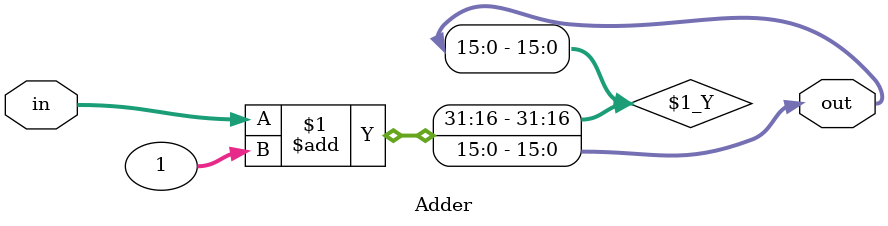
<source format=v>
`timescale 1ns / 1ps

module Adder(in, out);

parameter Added_value = 1;
parameter Data_width = 16;

input [Data_width-1:0]in;
output [Data_width-1:0]out;

assign out = in + Added_value;

endmodule

</source>
